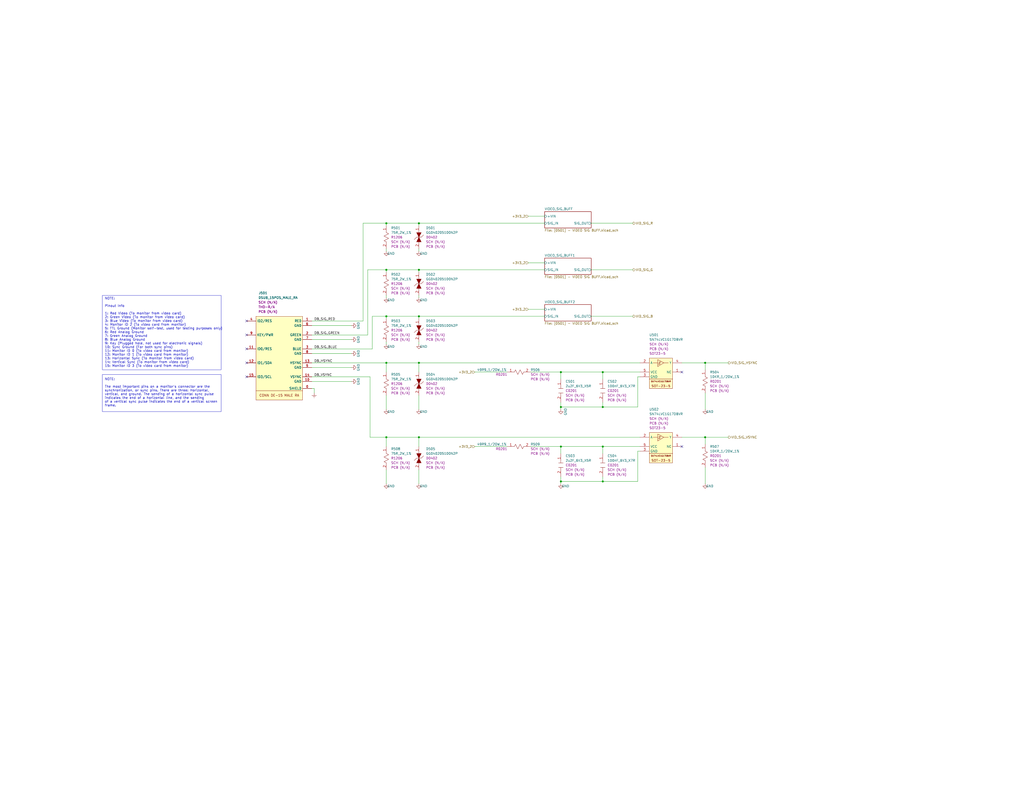
<source format=kicad_sch>
(kicad_sch (version 20230121) (generator eeschema)
  (paper "C")
  (title_block (title "Blender") (date "2023/09/18") (rev "v1.0") (company "Mend0z0") (comment 1 "v1.0") (comment 2 "RELEASED") (comment 3 "Siavash Taher Parvar") (comment 4 "_BOM_Blender_v1.0.html") (comment 5 "_HW_Blender.kicad_pcb") (comment 6 "_GBR_Blender_v1.0") (comment 7 "_ASM_Blender_v1.0") (comment 8 "N/A") (comment 9 "Initial version"))
  (lib_symbols
    (symbol "_SCHLIB_Blender:CAP_100nF_6V3_X7R_C0201"
      (property "Reference" "C" (at 2.54 5.08 0))
      (property "Value" "100nF_6V3_X7R" (at 2.54 7.62 0))
      (property "Package" "C0201" (at 2.54 35.56 0))
      (property "SCH CHECK" "SCH (N/A)" (at 2.54 33.02 0))
      (property "PCB CHECk" "PCB (N/A)" (at 2.54 30.48 0))
      (symbol "CAP_100nF_6V3_X7R_C0201_0_0"
        (polyline (pts (xy 5.08 1.27) (xy 5.08 -1.27)))
        (polyline (pts (xy 7.62 1.27) (xy 7.62 -1.27)))
      )
      (symbol "CAP_100nF_6V3_X7R_C0201_1_1"
        (pin passive line (at 0 0 0) (length 5.08) (name "") (number "1"))
        (pin passive line (at 12.7 0 180) (length 5.08) (name "") (number "2"))
      )
    )
    (symbol "_SCHLIB_Blender:CAP_2u2F_6V3_X5R_C0201"
      (property "Reference" "C" (at 2.54 3.81 0))
      (property "Value" "2u2F_6V3_X5R" (at 2.54 6.35 0))
      (property "Package" "C0201" (at 2.54 34.29 0))
      (property "SCH CHECK" "SCH (N/A)" (at 2.54 31.75 0))
      (property "PCB CHECk" "PCB (N/A)" (at 2.54 29.21 0))
      (symbol "CAP_2u2F_6V3_X5R_C0201_0_0"
        (polyline (pts (xy 5.08 1.27) (xy 5.08 -1.27)))
        (polyline (pts (xy 7.62 1.27) (xy 7.62 -1.27)))
      )
      (symbol "CAP_2u2F_6V3_X5R_C0201_1_1"
        (pin passive line (at 0 0 0) (length 5.08) (name "") (number "1"))
        (pin passive line (at 12.7 0 180) (length 5.08) (name "") (number "2"))
      )
    )
    (symbol "_SCHLIB_Blender:CONN_DSUB_15POS_MALE_RA"
      (property "Reference" "J" (at 3.81 2.54 0))
      (property "Value" "DSUB_15POS_MALE_RA" (at 3.81 5.08 0))
      (property "Package" "THD-R/A" (at 3.81 33.02 0))
      (property "SCH CHECK" "SCH (N/A)" (at 3.81 30.48 0))
      (property "PCB CHECk" "PCB (N/A)" (at 3.81 27.94 0))
      (symbol "CONN_DSUB_15POS_MALE_RA_0_1"
        (polyline (pts (xy 0 -40.64) (xy 25.4 -40.64)))
        (rectangle (start 0 0) (end 25.4 -45.72) (fill (type background)))
        (text "CONN DE-15 MALE RA" (at 12.7 -43.18 0) (effects (font (size 1.27 1.27))))
      )
      (symbol "CONN_DSUB_15POS_MALE_RA_1_1"
        (pin passive line (at 30.48 -39.37 180) (length 5.08) (name "SHIELD") (number "0"))
        (pin passive line (at 30.48 -2.54 180) (length 5.08) (name "RED") (number "1"))
        (pin passive line (at 30.48 -35.56 180) (length 5.08) (name "GND") (number "10"))
        (pin passive line (at -5.08 -17.78 0) (length 5.08) (name "ID0/RES") (number "11"))
        (pin passive line (at -5.08 -25.4 0) (length 5.08) (name "ID1/SDA") (number "12"))
        (pin passive line (at 30.48 -25.4 180) (length 5.08) (name "HSYNC") (number "13"))
        (pin passive line (at 30.48 -33.02 180) (length 5.08) (name "VSYNC") (number "14"))
        (pin passive line (at -5.08 -33.02 0) (length 5.08) (name "ID3/SCL") (number "15"))
        (pin passive line (at 30.48 -10.16 180) (length 5.08) (name "GREEN") (number "2"))
        (pin passive line (at 30.48 -17.78 180) (length 5.08) (name "BLUE") (number "3"))
        (pin passive line (at -5.08 -2.54 0) (length 5.08) (name "ID2/RES") (number "4"))
        (pin passive line (at 30.48 -27.94 180) (length 5.08) (name "GND") (number "5"))
        (pin passive line (at 30.48 -5.08 180) (length 5.08) (name "GND") (number "6"))
        (pin passive line (at 30.48 -12.7 180) (length 5.08) (name "GND") (number "7"))
        (pin passive line (at 30.48 -20.32 180) (length 5.08) (name "GND") (number "8"))
        (pin passive line (at -5.08 -10.16 0) (length 5.08) (name "KEY/PWR") (number "9"))
      )
    )
    (symbol "_SCHLIB_Blender:DIODE_TVS_GG040205100N2P_5V_5.5V_8A(8/20us)_D0402"
      (property "Reference" "D" (at 2.54 5.08 0))
      (property "Value" "GG040205100N2P" (at 2.54 7.62 0))
      (property "Package" "D0402" (at 2.54 35.56 0))
      (property "SCH CHECK" "SCH (N/A)" (at 2.54 33.02 0))
      (property "PCB CHECk" "PCB (N/A)" (at 2.54 30.48 0))
      (symbol "DIODE_TVS_GG040205100N2P_5V_5.5V_8A(8/20us)_D0402_0_1"
        (polyline (pts (xy 3.81 1.27) (xy 3.81 -1.27) (xy 6.35 0) (xy 3.81 1.27)) (fill (type outline)))
        (polyline (pts (xy 5.08 2.54) (xy 6.35 1.27) (xy 6.35 -1.27) (xy 7.62 -2.54)))
        (polyline (pts (xy 8.89 -1.27) (xy 8.89 1.27) (xy 6.35 0) (xy 8.89 -1.27)) (fill (type outline)))
      )
      (symbol "DIODE_TVS_GG040205100N2P_5V_5.5V_8A(8/20us)_D0402_1_1"
        (pin passive line (at 0 0 0) (length 3.81) (name "") (number "1"))
        (pin passive line (at 12.7 0 180) (length 3.81) (name "") (number "2"))
      )
    )
    (symbol "_SCHLIB_Blender:IC_BUFFER_SN74LVC1G17DBVR_NON-INV_5.5V_0.032_SOT-23-5"
      (property "Reference" "U" (at 2.54 3.81 0))
      (property "Value" "SN74LVC1G17DBVR" (at 2.54 6.35 0))
      (property "Package" "SOT23-5" (at 0 0 0))
      (property "SCH CHECK" "SCH (N/A)" (at 2.54 21.59 0))
      (property "PCB CHECK" "PCB (N/A)" (at 0 0 0))
      (symbol "IC_BUFFER_SN74LVC1G17DBVR_NON-INV_5.5V_0.032_SOT-23-5_0_0"
        (text "SN74LVC1G17DBVR" (at 6.35 -12.7 0) (effects (font (size 0.762 0.762))))
        (text "SOT-23-5" (at 6.35 -15.24 0) (effects (font (size 1.27 1.27))))
      )
      (symbol "IC_BUFFER_SN74LVC1G17DBVR_NON-INV_5.5V_0.032_SOT-23-5_0_1"
        (polyline (pts (xy 0 -11.43) (xy 12.7 -11.43)))
        (polyline (pts (xy 4.572 -2.54) (xy 2.032 -2.54)))
        (polyline (pts (xy 7.874 -2.54) (xy 10.414 -2.54)))
        (polyline (pts (xy 5.334 -3.302) (xy 5.842 -3.302) (xy 5.842 -2.032)))
        (polyline (pts (xy 4.572 -0.762) (xy 4.572 -4.572) (xy 7.874 -2.54) (xy 4.572 -0.762)))
        (polyline (pts (xy 6.35 -2.032) (xy 5.334 -2.032) (xy 5.334 -3.302) (xy 4.826 -3.302)))
        (rectangle (start 0 0) (end 12.7 -16.51) (fill (type background)))
      )
      (symbol "IC_BUFFER_SN74LVC1G17DBVR_NON-INV_5.5V_0.032_SOT-23-5_1_1"
        (pin passive line (at 17.78 -7.62 180) (length 5.08) (name "NC") (number "1"))
        (pin passive line (at -5.08 -2.54 0) (length 5.08) (name "A") (number "2"))
        (pin passive line (at -5.08 -10.16 0) (length 5.08) (name "GND") (number "3"))
        (pin passive line (at 17.78 -2.54 180) (length 5.08) (name "Y") (number "4"))
        (pin passive line (at -5.08 -7.62 0) (length 5.08) (name "VCC") (number "5"))
      )
    )
    (symbol "_SCHLIB_Blender:RES_10KR_1/20W_1%_R0201"
      (property "Reference" "R" (at 2.54 5.08 0))
      (property "Value" "10KR_1/20W_1%" (at 2.54 7.62 0))
      (property "Package" "R0201" (at 2.54 35.56 0))
      (property "SCH CHECK" "SCH (N/A)" (at 2.54 33.02 0))
      (property "PCB CHECk" "PCB (N/A)" (at 2.54 30.48 0))
      (symbol "RES_10KR_1/20W_1%_R0201_0_0"
        (polyline (pts (xy 3.81 0) (xy 4.445 1.27) (xy 5.715 -1.27) (xy 6.985 1.27) (xy 8.255 -1.27) (xy 8.89 0)))
      )
      (symbol "RES_10KR_1/20W_1%_R0201_1_1"
        (pin passive line (at 0 0 0) (length 3.81) (name "") (number "1"))
        (pin passive line (at 12.7 0 180) (length 3.81) (name "") (number "2"))
      )
    )
    (symbol "_SCHLIB_Blender:RES_49R9_1/20W_1%_R0201"
      (property "Reference" "R" (at 2.54 3.81 0))
      (property "Value" "49R9_1/20W_1%" (at 2.54 6.35 0))
      (property "Package" "R0201" (at 2.54 34.29 0))
      (property "SCH CHECK" "SCH (N/A)" (at 2.54 31.75 0))
      (property "PCB CHECk" "PCB (N/A)" (at 2.54 29.21 0))
      (symbol "RES_49R9_1/20W_1%_R0201_0_0"
        (polyline (pts (xy 3.81 0) (xy 4.445 1.27) (xy 5.715 -1.27) (xy 6.985 1.27) (xy 8.255 -1.27) (xy 8.89 0)))
      )
      (symbol "RES_49R9_1/20W_1%_R0201_1_1"
        (pin passive line (at 0 0 0) (length 3.81) (name "") (number "1"))
        (pin passive line (at 12.7 0 180) (length 3.81) (name "") (number "2"))
      )
    )
    (symbol "_SCHLIB_Blender:RES_75R_2W_1%_R1206"
      (property "Reference" "R" (at 2.54 3.81 0))
      (property "Value" "75R_2W_1%" (at 2.54 6.35 0))
      (property "Package" "R1206" (at 2.54 34.29 0))
      (property "SCH CHECK" "SCH (N/A)" (at 2.54 31.75 0))
      (property "PCB CHECk" "PCB (N/A)" (at 2.54 29.21 0))
      (symbol "RES_75R_2W_1%_R1206_0_0"
        (polyline (pts (xy 3.81 0) (xy 4.445 1.27) (xy 5.715 -1.27) (xy 6.985 1.27) (xy 8.255 -1.27) (xy 8.89 0)))
      )
      (symbol "RES_75R_2W_1%_R1206_1_1"
        (pin passive line (at 0 0 0) (length 3.81) (name "") (number "1"))
        (pin passive line (at 12.7 0 180) (length 3.81) (name "") (number "2"))
      )
    )
    (symbol "power:Earth" (power) (pin_names (offset 0))
      (symbol "Earth_0_1"
        (polyline (pts (xy -0.635 -1.905) (xy 0.635 -1.905)))
        (polyline (pts (xy -0.127 -2.54) (xy 0.127 -2.54)))
        (polyline (pts (xy 0 -1.27) (xy 0 0)))
        (polyline (pts (xy 1.27 -1.27) (xy -1.27 -1.27)))
      )
      (symbol "Earth_1_1"
        (pin power_in line (at 0 0 270) (length 0) hide (name "Earth") (number "1"))
      )
    )
    (symbol "power:GND" (power) (pin_names (offset 0))
      (property "Value" "GND" (at 0 -3.81 0))
      (symbol "GND_0_1"
        (polyline (pts (xy 0 0) (xy 0 -1.27) (xy 1.27 -1.27) (xy 0 -2.54) (xy -1.27 -1.27) (xy 0 -1.27)))
      )
      (symbol "GND_1_1"
        (pin power_in line (at 0 0 270) (length 0) hide (name "GND") (number "1"))
      )
    )
  )
  (junction (at 210.82 198.12))
  (junction (at 228.6 238.76))
  (junction (at 306.07 203.2))
  (junction (at 328.93 243.84))
  (junction (at 328.93 222.25))
  (junction (at 210.82 238.76))
  (junction (at 210.82 147.32))
  (junction (at 210.82 172.72))
  (junction (at 228.6 147.32))
  (junction (at 306.07 262.89))
  (junction (at 210.82 121.92))
  (junction (at 328.93 262.89))
  (junction (at 306.07 222.25))
  (junction (at 306.07 243.84))
  (junction (at 228.6 198.12))
  (junction (at 384.81 198.12))
  (junction (at 384.81 238.76))
  (junction (at 328.93 203.2))
  (junction (at 228.6 121.92))
  (junction (at 228.6 172.72))
  (no_connect (at 134.62 190.5))
  (no_connect (at 134.62 198.12))
  (no_connect (at 134.62 205.74))
  (no_connect (at 372.11 243.84))
  (no_connect (at 134.62 182.88))
  (no_connect (at 372.11 203.2))
  (no_connect (at 134.62 175.26))
  (wire (pts (xy 349.25 205.74) (xy 347.98 205.74)))
  (wire (pts (xy 228.6 238.76) (xy 228.6 243.84)))
  (wire (pts (xy 170.18 182.88) (xy 200.66 182.88)))
  (wire (pts (xy 306.07 222.25) (xy 306.07 219.71)))
  (wire (pts (xy 347.98 262.89) (xy 328.93 262.89)))
  (wire (pts (xy 328.93 260.35) (xy 328.93 262.89)))
  (wire (pts (xy 228.6 198.12) (xy 228.6 203.2)))
  (wire (pts (xy 210.82 238.76) (xy 210.82 243.84)))
  (wire (pts (xy 210.82 238.76) (xy 201.93 238.76)))
  (wire (pts (xy 191.77 177.8) (xy 170.18 177.8)))
  (wire (pts (xy 288.29 118.11) (xy 297.18 118.11)))
  (wire (pts (xy 228.6 121.92) (xy 228.6 123.19)))
  (wire (pts (xy 384.81 223.52) (xy 384.81 214.63)))
  (wire (pts (xy 259.08 203.2) (xy 276.86 203.2)))
  (wire (pts (xy 228.6 264.16) (xy 228.6 256.54)))
  (wire (pts (xy 384.81 198.12) (xy 397.51 198.12)))
  (wire (pts (xy 384.81 238.76) (xy 384.81 242.57)))
  (wire (pts (xy 347.98 222.25) (xy 328.93 222.25)))
  (wire (pts (xy 203.2 172.72) (xy 210.82 172.72)))
  (wire (pts (xy 210.82 264.16) (xy 210.82 256.54)))
  (wire (pts (xy 201.93 205.74) (xy 201.93 238.76)))
  (wire (pts (xy 191.77 193.04) (xy 170.18 193.04)))
  (wire (pts (xy 198.12 121.92) (xy 210.82 121.92)))
  (wire (pts (xy 328.93 243.84) (xy 328.93 247.65)))
  (wire (pts (xy 288.29 143.51) (xy 297.18 143.51)))
  (wire (pts (xy 306.07 222.25) (xy 306.07 223.52)))
  (wire (pts (xy 322.58 147.32) (xy 345.44 147.32)))
  (wire (pts (xy 210.82 223.52) (xy 210.82 215.9)))
  (wire (pts (xy 203.2 190.5) (xy 203.2 172.72)))
  (wire (pts (xy 191.77 200.66) (xy 170.18 200.66)))
  (wire (pts (xy 328.93 243.84) (xy 306.07 243.84)))
  (wire (pts (xy 171.45 212.09) (xy 171.45 214.63)))
  (wire (pts (xy 228.6 147.32) (xy 297.18 147.32)))
  (wire (pts (xy 349.25 243.84) (xy 328.93 243.84)))
  (wire (pts (xy 210.82 162.56) (xy 210.82 161.29)))
  (wire (pts (xy 328.93 203.2) (xy 328.93 207.01)))
  (wire (pts (xy 210.82 172.72) (xy 210.82 173.99)))
  (wire (pts (xy 289.56 243.84) (xy 306.07 243.84)))
  (wire (pts (xy 349.25 246.38) (xy 347.98 246.38)))
  (wire (pts (xy 198.12 175.26) (xy 198.12 121.92)))
  (wire (pts (xy 170.18 208.28) (xy 191.77 208.28)))
  (wire (pts (xy 347.98 246.38) (xy 347.98 262.89)))
  (wire (pts (xy 210.82 121.92) (xy 228.6 121.92)))
  (wire (pts (xy 200.66 147.32) (xy 210.82 147.32)))
  (wire (pts (xy 200.66 182.88) (xy 200.66 147.32)))
  (wire (pts (xy 328.93 262.89) (xy 306.07 262.89)))
  (wire (pts (xy 372.11 238.76) (xy 384.81 238.76)))
  (wire (pts (xy 170.18 205.74) (xy 201.93 205.74)))
  (wire (pts (xy 228.6 198.12) (xy 349.25 198.12)))
  (wire (pts (xy 210.82 238.76) (xy 228.6 238.76)))
  (wire (pts (xy 191.77 185.42) (xy 170.18 185.42)))
  (wire (pts (xy 228.6 187.96) (xy 228.6 186.69)))
  (wire (pts (xy 384.81 264.16) (xy 384.81 255.27)))
  (wire (pts (xy 210.82 121.92) (xy 210.82 123.19)))
  (wire (pts (xy 210.82 172.72) (xy 228.6 172.72)))
  (wire (pts (xy 288.29 168.91) (xy 297.18 168.91)))
  (wire (pts (xy 384.81 238.76) (xy 397.51 238.76)))
  (wire (pts (xy 228.6 137.16) (xy 228.6 135.89)))
  (wire (pts (xy 210.82 198.12) (xy 228.6 198.12)))
  (wire (pts (xy 170.18 198.12) (xy 210.82 198.12)))
  (wire (pts (xy 306.07 243.84) (xy 306.07 247.65)))
  (wire (pts (xy 228.6 172.72) (xy 297.18 172.72)))
  (wire (pts (xy 170.18 190.5) (xy 203.2 190.5)))
  (wire (pts (xy 328.93 219.71) (xy 328.93 222.25)))
  (wire (pts (xy 347.98 205.74) (xy 347.98 222.25)))
  (wire (pts (xy 210.82 198.12) (xy 210.82 203.2)))
  (wire (pts (xy 328.93 203.2) (xy 306.07 203.2)))
  (wire (pts (xy 289.56 203.2) (xy 306.07 203.2)))
  (wire (pts (xy 170.18 212.09) (xy 171.45 212.09)))
  (wire (pts (xy 228.6 147.32) (xy 228.6 148.59)))
  (wire (pts (xy 306.07 203.2) (xy 306.07 207.01)))
  (wire (pts (xy 259.08 243.84) (xy 276.86 243.84)))
  (wire (pts (xy 306.07 262.89) (xy 306.07 260.35)))
  (wire (pts (xy 210.82 147.32) (xy 228.6 147.32)))
  (wire (pts (xy 228.6 162.56) (xy 228.6 161.29)))
  (wire (pts (xy 372.11 198.12) (xy 384.81 198.12)))
  (wire (pts (xy 210.82 137.16) (xy 210.82 135.89)))
  (wire (pts (xy 228.6 172.72) (xy 228.6 173.99)))
  (wire (pts (xy 306.07 262.89) (xy 306.07 264.16)))
  (wire (pts (xy 349.25 203.2) (xy 328.93 203.2)))
  (wire (pts (xy 328.93 222.25) (xy 306.07 222.25)))
  (wire (pts (xy 228.6 238.76) (xy 349.25 238.76)))
  (wire (pts (xy 210.82 187.96) (xy 210.82 186.69)))
  (wire (pts (xy 170.18 175.26) (xy 198.12 175.26)))
  (wire (pts (xy 228.6 121.92) (xy 297.18 121.92)))
  (wire (pts (xy 210.82 147.32) (xy 210.82 148.59)))
  (wire (pts (xy 322.58 172.72) (xy 345.44 172.72)))
  (wire (pts (xy 228.6 223.52) (xy 228.6 215.9)))
  (wire (pts (xy 322.58 121.92) (xy 345.44 121.92)))
  (wire (pts (xy 384.81 198.12) (xy 384.81 201.93)))
  (rectangle (start 55.88 204.47) (end 120.65 224.79))
  (rectangle (start 55.88 161.29) (end 120.65 201.93))
  (text "NOTE:\n\nThe most important pins on a monitor's connector are the \nsynchronization, or sync pins. There are three: Horizontal, \nvertical, and ground. The sending of a horizontal sync pulse \nindicates the end of a horizontal line, and the sending \nof a vertical sync pulse indicates the end of a vertical screen\nframe." (at 57.15 222.25 0) (effects (font (size 1.27 1.27)) (justify left bottom)))
  (text "NOTE:\n\nPinout Info\n\n1: Red Video (To monitor from video card)\n2: Green Video (To monitor from video card)\n3: Blue Video (To monitor from video card)\n4: Monitor ID 2 (To video card from monitor)\n5: TTL Ground (Monitor self-test, used for testing purposes only)\n6: Red Analog Ground\n7: Green Analog Ground\n8: Blue Analog Ground\n9: Key (Plugged hole, not used for electronic signals)\n10: Sync Ground (For both sync pins)\n11: Monitor ID 0 (To video card from monitor)\n12: Monitor ID 1 (To video card from monitor)\n13: Horizontal Sync (To monitor from video card)\n14: Vertical Sync (To monitor from video card)\n15: Monitor ID 3 (To video card from monitor)" (at 57.15 200.66 0) (effects (font (size 1.27 1.27)) (justify left bottom)))
  (label "DB_SIG_RED" (at 171.45 175.26 0))
  (label "DB_SIG_GREEN" (at 171.45 182.88 0))
  (label "DB_SIG_BLUE" (at 171.45 190.5 0))
  (label "DB_HSYNC" (at 171.45 198.12 0))
  (label "DB_VSYNC" (at 171.45 205.74 0))
  (hierarchical_label "VID_SIG_R" (shape output) (at 345.44 121.92 0))
  (hierarchical_label "+3V3_2" (shape input) (at 288.29 143.51 180))
  (hierarchical_label "+3V3_2" (shape input) (at 288.29 118.11 180))
  (hierarchical_label "+3V3_2" (shape input) (at 288.29 168.91 180))
  (hierarchical_label "VID_SIG_HSYNC" (shape output) (at 397.51 198.12 0))
  (hierarchical_label "VID_SIG_G" (shape output) (at 345.44 147.32 0))
  (hierarchical_label "+3V3_2" (shape input) (at 259.08 203.2 180))
  (hierarchical_label "VID_SIG_VSYNC" (shape output) (at 397.51 238.76 0))
  (hierarchical_label "+3V3_2" (shape input) (at 259.08 243.84 180))
  (hierarchical_label "VID_SIG_B" (shape output) (at 345.44 172.72 0))
  (symbol (lib_id "power:GND") (at 191.77 185.42 90) (unit 1)
    (property "Reference" "#PWR0506" (effects hide))
    (property "Value" "GND" (at 195.58 185.42 0))
  )
  (symbol (lib_id "_SCHLIB_Blender:RES_75R_2W_1%_R1206") (at 210.82 243.84 270) (unit 1)
    (property "Reference" "R508" (at 213.36 245.11 90) (effects (justify left)))
    (property "Value" "75R_2W_1%" (at 213.36 247.65 90) (effects (justify left)))
    (property "Footprint" "Resistor_SMD:R_1206_3216Metric" (effects hide))
    (property "Datasheet" "https://www.te.com/commerce/DocumentDelivery/DDEController?Action=showdoc&DocId=Data+Sheet%7F1773270-4%7FA%7Fpdf%7FEnglish%7FENG_DS_1773270-4_A.pdf%7F1-2176526-7" (effects hide))
    (property "Description" "75 Ohms ±1% 2W Chip Resistor 1206 (3216 Metric) Thin Film" (effects hide))
    (property "Link" "https://www.digikey.ca/en/products/detail/te-connectivity-passive-product/3503G2B75RFTD/16808726" (effects hide))
    (property "SCH CHECK" "SCH (N/A)" (at 213.36 252.73 90) (effects (justify left)))
    (property "Package" "R1206" (at 213.36 250.19 90) (effects (justify left)))
    (property "Part Number (Manufacturer)" "3503G2B75RFTD" (effects hide))
    (property "Manufacturer" "TE Connectivity Passive Product" (effects hide))
    (property "Part Number (Vendor)" "1712-3503G2B75RFTDTR-ND" (effects hide))
    (property "Vendor" "Digikey" (effects hide))
    (property "PCB CHECk" "PCB (N/A)" (at 213.36 255.27 90) (effects (justify left)))
  )
  (symbol (lib_id "_SCHLIB_Blender:CAP_2u2F_6V3_X5R_C0201") (at 306.07 247.65 270) (unit 1)
    (property "Reference" "C503" (at 308.61 248.92 90) (effects (justify left)))
    (property "Value" "2u2F_6V3_X5R" (at 308.61 251.46 90) (effects (justify left)))
    (property "Footprint" "Capacitor_SMD:C_0201_0603Metric" (effects hide))
    (property "Datasheet" "https://ele.kyocera.com/assets/products/capacitor/CM_Series_e.pdf" (effects hide))
    (property "Description" "2.2 µF ±20% 6.3V Ceramic Capacitor X5R 0201 (0603 Metric)" (effects hide))
    (property "Link" "https://www.digikey.ca/en/products/detail/kyocera-avx/CM03X5R225M06AH/10815044" (effects hide))
    (property "SCH CHECK" "SCH (N/A)" (at 308.61 256.54 90) (effects (justify left)))
    (property "Package" "C0201" (at 308.61 254 90) (effects (justify left)))
    (property "Part Number (Manufacturer)" "CM03X5R225M06AH" (effects hide))
    (property "Manufacturer" "KYOCERA AVX" (effects hide))
    (property "Part Number (Vendor)" "478-KGM03CR50J225MHTR-ND" (effects hide))
    (property "Vendor" "Digikey" (effects hide))
    (property "PCB CHECk" "PCB (N/A)" (at 308.61 259.08 90) (effects (justify left)))
  )
  (symbol (lib_id "_SCHLIB_Blender:IC_BUFFER_SN74LVC1G17DBVR_NON-INV_5.5V_0.032_SOT-23-5") (at 354.33 195.58 0) (unit 1)
    (property "Reference" "U501" (at 356.87 182.88 0))
    (property "Value" "SN74LVC1G17DBVR" (at 354.33 185.42 0) (effects (justify left)))
    (property "Footprint" "Package_TO_SOT_SMD:SOT-23-5" (effects hide))
    (property "Datasheet" "https://www.ti.com/general/docs/suppproductinfo.tsp?distId=10&gotoUrl=https%3A%2F%2Fwww.ti.com%2Flit%2Fgpn%2Fsn74lvc1g17" (effects hide))
    (property "Description" "Buffer, Non-Inverting 1 Element 1 Bit per Element Push-Pull Output SOT-23-5" (effects hide))
    (property "Link" "https://www.digikey.ca/en/products/detail/texas-instruments/SN74LVC1G17DBVR/389051" (effects hide))
    (property "SCH CHECK" "SCH (N/A)" (at 354.33 187.96 0) (effects (justify left)))
    (property "Part Number (Manufacturer)" "SN74LVC1G17DBVR" (effects hide))
    (property "PCB CHECK" "PCB (N/A)" (at 354.33 190.5 0) (effects (justify left)))
    (property "Manufacturer" "Texas Instruments" (effects hide))
    (property "Part Number (Vendor)" "296-11933-2-ND" (effects hide))
    (property "Vendor" "Digikey" (effects hide))
    (property "Package" "SOT23-5" (at 354.33 193.04 0) (effects (justify left)))
  )
  (symbol (lib_id "_SCHLIB_Blender:IC_BUFFER_SN74LVC1G17DBVR_NON-INV_5.5V_0.032_SOT-23-5") (at 354.33 236.22 0) (unit 1)
    (property "Reference" "U502" (at 356.87 223.52 0))
    (property "Value" "SN74LVC1G17DBVR" (at 354.33 226.06 0) (effects (justify left)))
    (property "Footprint" "Package_TO_SOT_SMD:SOT-23-5" (effects hide))
    (property "Datasheet" "https://www.ti.com/general/docs/suppproductinfo.tsp?distId=10&gotoUrl=https%3A%2F%2Fwww.ti.com%2Flit%2Fgpn%2Fsn74lvc1g17" (effects hide))
    (property "Description" "Buffer, Non-Inverting 1 Element 1 Bit per Element Push-Pull Output SOT-23-5" (effects hide))
    (property "Link" "https://www.digikey.ca/en/products/detail/texas-instruments/SN74LVC1G17DBVR/389051" (effects hide))
    (property "SCH CHECK" "SCH (N/A)" (at 354.33 228.6 0) (effects (justify left)))
    (property "Part Number (Manufacturer)" "SN74LVC1G17DBVR" (effects hide))
    (property "PCB CHECK" "PCB (N/A)" (at 354.33 231.14 0) (effects (justify left)))
    (property "Manufacturer" "Texas Instruments" (effects hide))
    (property "Part Number (Vendor)" "296-11933-2-ND" (effects hide))
    (property "Vendor" "Digikey" (effects hide))
    (property "Package" "SOT23-5" (at 354.33 233.68 0) (effects (justify left)))
  )
  (symbol (lib_id "power:GND") (at 228.6 223.52 0) (unit 1)
    (property "Reference" "#PWR0514" (effects hide))
    (property "Value" "GND" (at 231.14 224.79 0))
  )
  (symbol (lib_id "power:GND") (at 228.6 187.96 0) (unit 1)
    (property "Reference" "#PWR0508" (effects hide))
    (property "Value" "GND" (at 231.14 189.23 0))
  )
  (symbol (lib_id "_SCHLIB_Blender:RES_75R_2W_1%_R1206") (at 210.82 123.19 270) (unit 1)
    (property "Reference" "R501" (at 213.36 124.46 90) (effects (justify left)))
    (property "Value" "75R_2W_1%" (at 213.36 127 90) (effects (justify left)))
    (property "Footprint" "Resistor_SMD:R_1206_3216Metric" (effects hide))
    (property "Datasheet" "https://www.te.com/commerce/DocumentDelivery/DDEController?Action=showdoc&DocId=Data+Sheet%7F1773270-4%7FA%7Fpdf%7FEnglish%7FENG_DS_1773270-4_A.pdf%7F1-2176526-7" (effects hide))
    (property "Description" "75 Ohms ±1% 2W Chip Resistor 1206 (3216 Metric) Thin Film" (effects hide))
    (property "Link" "https://www.digikey.ca/en/products/detail/te-connectivity-passive-product/3503G2B75RFTD/16808726" (effects hide))
    (property "SCH CHECK" "SCH (N/A)" (at 213.36 132.08 90) (effects (justify left)))
    (property "Package" "R1206" (at 213.36 129.54 90) (effects (justify left)))
    (property "Part Number (Manufacturer)" "3503G2B75RFTD" (effects hide))
    (property "Manufacturer" "TE Connectivity Passive Product" (effects hide))
    (property "Part Number (Vendor)" "1712-3503G2B75RFTDTR-ND" (effects hide))
    (property "Vendor" "Digikey" (effects hide))
    (property "PCB CHECk" "PCB (N/A)" (at 213.36 134.62 90) (effects (justify left)))
  )
  (symbol (lib_id "power:GND") (at 210.82 264.16 0) (unit 1)
    (property "Reference" "#PWR0517" (effects hide))
    (property "Value" "GND" (at 213.36 265.43 0))
  )
  (symbol (lib_id "power:GND") (at 228.6 162.56 0) (unit 1)
    (property "Reference" "#PWR0504" (effects hide))
    (property "Value" "GND" (at 231.14 163.83 0))
  )
  (symbol (lib_id "power:GND") (at 191.77 208.28 90) (unit 1)
    (property "Reference" "#PWR0511" (effects hide))
    (property "Value" "GND" (at 195.58 208.28 0))
  )
  (symbol (lib_id "_SCHLIB_Blender:RES_49R9_1/20W_1%_R0201") (at 276.86 243.84 0) (unit 1)
    (property "Reference" "R509" (at 292.1 242.57 0))
    (property "Value" "49R9_1/20W_1%" (at 260.35 242.57 0) (effects (justify left)))
    (property "Footprint" "Resistor_SMD:R_0201_0603Metric" (effects hide))
    (property "Datasheet" "https://www.seielect.com/Catalog/SEI-RMCF_RMCP.pdf" (effects hide))
    (property "Description" "49.9 Ohms ±1% 0.05W, 1/20W Chip Resistor 0201 (0603 Metric) Thick Film" (effects hide))
    (property "Link" "https://www.digikey.ca/en/products/detail/stackpole-electronics-inc/RMCF0201FT49R9/1715030" (effects hide))
    (property "SCH CHECK" "SCH (N/A)" (at 289.56 245.11 0) (effects (justify left)))
    (property "Package" "R0201" (at 270.51 245.11 0) (effects (justify left)))
    (property "Part Number (Manufacturer)" "RMCF0201FT49R9" (effects hide))
    (property "Manufacturer" "Stackpole Electronics Inc" (effects hide))
    (property "Part Number (Vendor)" "RMCF0201FT49R9TR-ND" (effects hide))
    (property "Vendor" "Digikey" (effects hide))
    (property "PCB CHECk" "PCB (N/A)" (at 289.56 247.65 0) (effects (justify left)))
  )
  (symbol (lib_id "_SCHLIB_Blender:DIODE_TVS_GG040205100N2P_5V_5.5V_8A(8/20us)_D0402") (at 228.6 203.2 270) (unit 1)
    (property "Reference" "D504" (at 232.41 204.47 90) (effects (justify left)))
    (property "Value" "GG040205100N2P" (at 232.41 207.01 90) (effects (justify left)))
    (property "Footprint" "Diode_SMD:D_0402_1005Metric" (effects hide))
    (property "Datasheet" "https://datasheets.kyocera-avx.com/AVX-GiGuard.pdf" (effects hide))
    (property "Description" "12V Clamp 8A (8/20µs) Ipp Tvs Diode Surface Mount 0402 (1005 Metric)" (effects hide))
    (property "Link" "https://www.digikey.ca/en/products/detail/kyocera-avx/GG040205100N2P/6826546" (effects hide))
    (property "SCH CHECK" "SCH (N/A)" (at 232.41 212.09 90) (effects (justify left)))
    (property "Part Number (Manufacturer)" "GG040205100N2P" (effects hide))
    (property "Package" "D0402" (at 232.41 209.55 90) (effects (justify left)))
    (property "Manufacturer" "KYOCERA AVX" (effects hide))
    (property "Part Number (Vendor)" "478-10594-2-ND" (effects hide))
    (property "Vendor" "Digikey" (effects hide))
    (property "PCB CHECk" "PCB (N/A)" (at 232.41 214.63 90) (effects (justify left)))
  )
  (symbol (lib_id "power:GND") (at 306.07 264.16 0) (unit 1)
    (property "Reference" "#PWR0519" (effects hide))
    (property "Value" "GND" (at 308.61 265.43 0))
  )
  (symbol (lib_id "_SCHLIB_Blender:RES_10KR_1/20W_1%_R0201") (at 384.81 201.93 270) (unit 1)
    (property "Reference" "R504" (at 387.35 203.2 90) (effects (justify left)))
    (property "Value" "10KR_1/20W_1%" (at 387.35 205.74 90) (effects (justify left)))
    (property "Footprint" "Resistor_SMD:R_0201_0603Metric" (effects hide))
    (property "Datasheet" "https://www.seielect.com/Catalog/SEI-RMCF_RMCP.pdf" (effects hide))
    (property "Description" "10 kOhms ±1% 0.05W, 1/20W Chip Resistor 0201 (0603 Metric) Thick Film" (effects hide))
    (property "Link" "https://www.digikey.ca/en/products/detail/stackpole-electronics-inc/RMCF0201FT10K0/1714990" (effects hide))
    (property "SCH CHECK" "SCH (N/A)" (at 387.35 210.82 90) (effects (justify left)))
    (property "Package" "R0201" (at 387.35 208.28 90) (effects (justify left)))
    (property "Part Number (Manufacturer)" "RMCF0201FT10K0" (effects hide))
    (property "Manufacturer" "Stackpole Electronics Inc" (effects hide))
    (property "Part Number (Vendor)" "RMCF0201FT10K0TR-ND" (effects hide))
    (property "Vendor" "Digikey" (effects hide))
    (property "PCB CHECk" "PCB (N/A)" (at 387.35 213.36 90) (effects (justify left)))
  )
  (symbol (lib_id "power:GND") (at 228.6 137.16 0) (unit 1)
    (property "Reference" "#PWR0502" (effects hide))
    (property "Value" "GND" (at 231.14 138.43 0))
  )
  (symbol (lib_id "power:GND") (at 210.82 223.52 0) (unit 1)
    (property "Reference" "#PWR0513" (effects hide))
    (property "Value" "GND" (at 213.36 224.79 0))
  )
  (symbol (lib_id "_SCHLIB_Blender:DIODE_TVS_GG040205100N2P_5V_5.5V_8A(8/20us)_D0402") (at 228.6 148.59 270) (unit 1)
    (property "Reference" "D502" (at 232.41 149.86 90) (effects (justify left)))
    (property "Value" "GG040205100N2P" (at 232.41 152.4 90) (effects (justify left)))
    (property "Footprint" "Diode_SMD:D_0402_1005Metric" (effects hide))
    (property "Datasheet" "https://datasheets.kyocera-avx.com/AVX-GiGuard.pdf" (effects hide))
    (property "Description" "12V Clamp 8A (8/20µs) Ipp Tvs Diode Surface Mount 0402 (1005 Metric)" (effects hide))
    (property "Link" "https://www.digikey.ca/en/products/detail/kyocera-avx/GG040205100N2P/6826546" (effects hide))
    (property "SCH CHECK" "SCH (N/A)" (at 232.41 157.48 90) (effects (justify left)))
    (property "Part Number (Manufacturer)" "GG040205100N2P" (effects hide))
    (property "Package" "D0402" (at 232.41 154.94 90) (effects (justify left)))
    (property "Manufacturer" "KYOCERA AVX" (effects hide))
    (property "Part Number (Vendor)" "478-10594-2-ND" (effects hide))
    (property "Vendor" "Digikey" (effects hide))
    (property "PCB CHECk" "PCB (N/A)" (at 232.41 160.02 90) (effects (justify left)))
  )
  (symbol (lib_id "_SCHLIB_Blender:RES_75R_2W_1%_R1206") (at 210.82 203.2 270) (unit 1)
    (property "Reference" "R505" (at 213.36 204.47 90) (effects (justify left)))
    (property "Value" "75R_2W_1%" (at 213.36 207.01 90) (effects (justify left)))
    (property "Footprint" "Resistor_SMD:R_1206_3216Metric" (effects hide))
    (property "Datasheet" "https://www.te.com/commerce/DocumentDelivery/DDEController?Action=showdoc&DocId=Data+Sheet%7F1773270-4%7FA%7Fpdf%7FEnglish%7FENG_DS_1773270-4_A.pdf%7F1-2176526-7" (effects hide))
    (property "Description" "75 Ohms ±1% 2W Chip Resistor 1206 (3216 Metric) Thin Film" (effects hide))
    (property "Link" "https://www.digikey.ca/en/products/detail/te-connectivity-passive-product/3503G2B75RFTD/16808726" (effects hide))
    (property "SCH CHECK" "SCH (N/A)" (at 213.36 212.09 90) (effects (justify left)))
    (property "Package" "R1206" (at 213.36 209.55 90) (effects (justify left)))
    (property "Part Number (Manufacturer)" "3503G2B75RFTD" (effects hide))
    (property "Manufacturer" "TE Connectivity Passive Product" (effects hide))
    (property "Part Number (Vendor)" "1712-3503G2B75RFTDTR-ND" (effects hide))
    (property "Vendor" "Digikey" (effects hide))
    (property "PCB CHECk" "PCB (N/A)" (at 213.36 214.63 90) (effects (justify left)))
  )
  (symbol (lib_id "_SCHLIB_Blender:RES_10KR_1/20W_1%_R0201") (at 384.81 242.57 270) (unit 1)
    (property "Reference" "R507" (at 387.35 243.84 90) (effects (justify left)))
    (property "Value" "10KR_1/20W_1%" (at 387.35 246.38 90) (effects (justify left)))
    (property "Footprint" "Resistor_SMD:R_0201_0603Metric" (effects hide))
    (property "Datasheet" "https://www.seielect.com/Catalog/SEI-RMCF_RMCP.pdf" (effects hide))
    (property "Description" "10 kOhms ±1% 0.05W, 1/20W Chip Resistor 0201 (0603 Metric) Thick Film" (effects hide))
    (property "Link" "https://www.digikey.ca/en/products/detail/stackpole-electronics-inc/RMCF0201FT10K0/1714990" (effects hide))
    (property "SCH CHECK" "SCH (N/A)" (at 387.35 251.46 90) (effects (justify left)))
    (property "Package" "R0201" (at 387.35 248.92 90) (effects (justify left)))
    (property "Part Number (Manufacturer)" "RMCF0201FT10K0" (effects hide))
    (property "Manufacturer" "Stackpole Electronics Inc" (effects hide))
    (property "Part Number (Vendor)" "RMCF0201FT10K0TR-ND" (effects hide))
    (property "Vendor" "Digikey" (effects hide))
    (property "PCB CHECk" "PCB (N/A)" (at 387.35 254 90) (effects (justify left)))
  )
  (symbol (lib_id "power:GND") (at 191.77 193.04 90) (unit 1)
    (property "Reference" "#PWR0509" (effects hide))
    (property "Value" "GND" (at 195.58 193.04 0))
  )
  (symbol (lib_id "_SCHLIB_Blender:CAP_2u2F_6V3_X5R_C0201") (at 306.07 207.01 270) (unit 1)
    (property "Reference" "C501" (at 308.61 208.28 90) (effects (justify left)))
    (property "Value" "2u2F_6V3_X5R" (at 308.61 210.82 90) (effects (justify left)))
    (property "Footprint" "Capacitor_SMD:C_0201_0603Metric" (effects hide))
    (property "Datasheet" "https://ele.kyocera.com/assets/products/capacitor/CM_Series_e.pdf" (effects hide))
    (property "Description" "2.2 µF ±20% 6.3V Ceramic Capacitor X5R 0201 (0603 Metric)" (effects hide))
    (property "Link" "https://www.digikey.ca/en/products/detail/kyocera-avx/CM03X5R225M06AH/10815044" (effects hide))
    (property "SCH CHECK" "SCH (N/A)" (at 308.61 215.9 90) (effects (justify left)))
    (property "Package" "C0201" (at 308.61 213.36 90) (effects (justify left)))
    (property "Part Number (Manufacturer)" "CM03X5R225M06AH" (effects hide))
    (property "Manufacturer" "KYOCERA AVX" (effects hide))
    (property "Part Number (Vendor)" "478-KGM03CR50J225MHTR-ND" (effects hide))
    (property "Vendor" "Digikey" (effects hide))
    (property "PCB CHECk" "PCB (N/A)" (at 308.61 218.44 90) (effects (justify left)))
  )
  (symbol (lib_id "power:GND") (at 191.77 200.66 90) (unit 1)
    (property "Reference" "#PWR0510" (effects hide))
    (property "Value" "GND" (at 195.58 200.66 0))
  )
  (symbol (lib_id "_SCHLIB_Blender:CAP_100nF_6V3_X7R_C0201") (at 328.93 207.01 270) (unit 1)
    (property "Reference" "C502" (at 331.47 208.28 90) (effects (justify left)))
    (property "Value" "100nF_6V3_X7R" (at 331.47 210.82 90) (effects (justify left)))
    (property "Footprint" "Capacitor_SMD:C_0201_0603Metric" (effects hide))
    (property "Datasheet" "https://www.yageo.com/upload/media/product/productsearch/datasheet/mlcc/UPY-GPHC_X7R_6.3V-to-250V_22.pdf" (effects hide))
    (property "Description" "0.1 µF ±10% 6.3V Ceramic Capacitor X7R 0201 (0603 Metric)" (effects hide))
    (property "Link" "https://www.digikey.ca/en/products/detail/yageo/CC0201KRX7R5BB104/12698853" (effects hide))
    (property "SCH CHECK" "SCH (N/A)" (at 331.47 215.9 90) (effects (justify left)))
    (property "Package" "C0201" (at 331.47 213.36 90) (effects (justify left)))
    (property "Part Number (Manufacturer)" "CC0201KRX7R5BB104" (effects hide))
    (property "Manufacturer" "YAGEO" (effects hide))
    (property "Part Number (Vendor)" "13-CC0201KRX7R5BB104TR-ND" (effects hide))
    (property "Vendor" "Digikey" (effects hide))
    (property "PCB CHECk" "PCB (N/A)" (at 331.47 218.44 90) (effects (justify left)))
  )
  (symbol (lib_id "_SCHLIB_Blender:DIODE_TVS_GG040205100N2P_5V_5.5V_8A(8/20us)_D0402") (at 228.6 173.99 270) (unit 1)
    (property "Reference" "D503" (at 232.41 175.26 90) (effects (justify left)))
    (property "Value" "GG040205100N2P" (at 232.41 177.8 90) (effects (justify left)))
    (property "Footprint" "Diode_SMD:D_0402_1005Metric" (effects hide))
    (property "Datasheet" "https://datasheets.kyocera-avx.com/AVX-GiGuard.pdf" (effects hide))
    (property "Description" "12V Clamp 8A (8/20µs) Ipp Tvs Diode Surface Mount 0402 (1005 Metric)" (effects hide))
    (property "Link" "https://www.digikey.ca/en/products/detail/kyocera-avx/GG040205100N2P/6826546" (effects hide))
    (property "SCH CHECK" "SCH (N/A)" (at 232.41 182.88 90) (effects (justify left)))
    (property "Part Number (Manufacturer)" "GG040205100N2P" (effects hide))
    (property "Package" "D0402" (at 232.41 180.34 90) (effects (justify left)))
    (property "Manufacturer" "KYOCERA AVX" (effects hide))
    (property "Part Number (Vendor)" "478-10594-2-ND" (effects hide))
    (property "Vendor" "Digikey" (effects hide))
    (property "PCB CHECk" "PCB (N/A)" (at 232.41 185.42 90) (effects (justify left)))
  )
  (symbol (lib_id "power:Earth") (at 171.45 214.63 0) (unit 1)
    (property "Reference" "#PWR0512" (effects hide))
    (property "Value" "Earth" (effects hide))
  )
  (symbol (lib_id "_SCHLIB_Blender:DIODE_TVS_GG040205100N2P_5V_5.5V_8A(8/20us)_D0402") (at 228.6 123.19 270) (unit 1)
    (property "Reference" "D501" (at 232.41 124.46 90) (effects (justify left)))
    (property "Value" "GG040205100N2P" (at 232.41 127 90) (effects (justify left)))
    (property "Footprint" "Diode_SMD:D_0402_1005Metric" (effects hide))
    (property "Datasheet" "https://datasheets.kyocera-avx.com/AVX-GiGuard.pdf" (effects hide))
    (property "Description" "12V Clamp 8A (8/20µs) Ipp Tvs Diode Surface Mount 0402 (1005 Metric)" (effects hide))
    (property "Link" "https://www.digikey.ca/en/products/detail/kyocera-avx/GG040205100N2P/6826546" (effects hide))
    (property "SCH CHECK" "SCH (N/A)" (at 232.41 132.08 90) (effects (justify left)))
    (property "Part Number (Manufacturer)" "GG040205100N2P" (effects hide))
    (property "Package" "D0402" (at 232.41 129.54 90) (effects (justify left)))
    (property "Manufacturer" "KYOCERA AVX" (effects hide))
    (property "Part Number (Vendor)" "478-10594-2-ND" (effects hide))
    (property "Vendor" "Digikey" (effects hide))
    (property "PCB CHECk" "PCB (N/A)" (at 232.41 134.62 90) (effects (justify left)))
  )
  (symbol (lib_id "_SCHLIB_Blender:RES_75R_2W_1%_R1206") (at 210.82 148.59 270) (unit 1)
    (property "Reference" "R502" (at 213.36 149.86 90) (effects (justify left)))
    (property "Value" "75R_2W_1%" (at 213.36 152.4 90) (effects (justify left)))
    (property "Footprint" "Resistor_SMD:R_1206_3216Metric" (effects hide))
    (property "Datasheet" "https://www.te.com/commerce/DocumentDelivery/DDEController?Action=showdoc&DocId=Data+Sheet%7F1773270-4%7FA%7Fpdf%7FEnglish%7FENG_DS_1773270-4_A.pdf%7F1-2176526-7" (effects hide))
    (property "Description" "75 Ohms ±1% 2W Chip Resistor 1206 (3216 Metric) Thin Film" (effects hide))
    (property "Link" "https://www.digikey.ca/en/products/detail/te-connectivity-passive-product/3503G2B75RFTD/16808726" (effects hide))
    (property "SCH CHECK" "SCH (N/A)" (at 213.36 157.48 90) (effects (justify left)))
    (property "Package" "R1206" (at 213.36 154.94 90) (effects (justify left)))
    (property "Part Number (Manufacturer)" "3503G2B75RFTD" (effects hide))
    (property "Manufacturer" "TE Connectivity Passive Product" (effects hide))
    (property "Part Number (Vendor)" "1712-3503G2B75RFTDTR-ND" (effects hide))
    (property "Vendor" "Digikey" (effects hide))
    (property "PCB CHECk" "PCB (N/A)" (at 213.36 160.02 90) (effects (justify left)))
  )
  (symbol (lib_id "_SCHLIB_Blender:RES_49R9_1/20W_1%_R0201") (at 276.86 203.2 0) (unit 1)
    (property "Reference" "R506" (at 292.1 201.93 0))
    (property "Value" "49R9_1/20W_1%" (at 260.35 201.93 0) (effects (justify left)))
    (property "Footprint" "Resistor_SMD:R_0201_0603Metric" (effects hide))
    (property "Datasheet" "https://www.seielect.com/Catalog/SEI-RMCF_RMCP.pdf" (effects hide))
    (property "Description" "49.9 Ohms ±1% 0.05W, 1/20W Chip Resistor 0201 (0603 Metric) Thick Film" (effects hide))
    (property "Link" "https://www.digikey.ca/en/products/detail/stackpole-electronics-inc/RMCF0201FT49R9/1715030" (effects hide))
    (property "SCH CHECK" "SCH (N/A)" (at 289.56 204.47 0) (effects (justify left)))
    (property "Package" "R0201" (at 270.51 204.47 0) (effects (justify left)))
    (property "Part Number (Manufacturer)" "RMCF0201FT49R9" (effects hide))
    (property "Manufacturer" "Stackpole Electronics Inc" (effects hide))
    (property "Part Number (Vendor)" "RMCF0201FT49R9TR-ND" (effects hide))
    (property "Vendor" "Digikey" (effects hide))
    (property "PCB CHECk" "PCB (N/A)" (at 289.56 207.01 0) (effects (justify left)))
  )
  (symbol (lib_id "power:GND") (at 384.81 223.52 0) (unit 1)
    (property "Reference" "#PWR0516" (effects hide))
    (property "Value" "GND" (at 387.35 224.79 0))
  )
  (symbol (lib_id "power:GND") (at 210.82 187.96 0) (unit 1)
    (property "Reference" "#PWR0507" (effects hide))
    (property "Value" "GND" (at 213.36 189.23 0))
  )
  (symbol (lib_id "power:GND") (at 210.82 137.16 0) (unit 1)
    (property "Reference" "#PWR0501" (effects hide))
    (property "Value" "GND" (at 213.36 138.43 0))
  )
  (symbol (lib_id "_SCHLIB_Blender:DIODE_TVS_GG040205100N2P_5V_5.5V_8A(8/20us)_D0402") (at 228.6 243.84 270) (unit 1)
    (property "Reference" "D505" (at 232.41 245.11 90) (effects (justify left)))
    (property "Value" "GG040205100N2P" (at 232.41 247.65 90) (effects (justify left)))
    (property "Footprint" "Diode_SMD:D_0402_1005Metric" (effects hide))
    (property "Datasheet" "https://datasheets.kyocera-avx.com/AVX-GiGuard.pdf" (effects hide))
    (property "Description" "12V Clamp 8A (8/20µs) Ipp Tvs Diode Surface Mount 0402 (1005 Metric)" (effects hide))
    (property "Link" "https://www.digikey.ca/en/products/detail/kyocera-avx/GG040205100N2P/6826546" (effects hide))
    (property "SCH CHECK" "SCH (N/A)" (at 232.41 252.73 90) (effects (justify left)))
    (property "Part Number (Manufacturer)" "GG040205100N2P" (effects hide))
    (property "Package" "D0402" (at 232.41 250.19 90) (effects (justify left)))
    (property "Manufacturer" "KYOCERA AVX" (effects hide))
    (property "Part Number (Vendor)" "478-10594-2-ND" (effects hide))
    (property "Vendor" "Digikey" (effects hide))
    (property "PCB CHECk" "PCB (N/A)" (at 232.41 255.27 90) (effects (justify left)))
  )
  (symbol (lib_id "_SCHLIB_Blender:CONN_DSUB_15POS_MALE_RA") (at 139.7 172.72 0) (unit 1)
    (property "Reference" "J501" (at 143.51 160.02 0))
    (property "Value" "DSUB_15POS_MALE_RA" (at 140.97 162.56 0) (effects (justify left)))
    (property "Footprint" "Connector_Dsub:DSUB-15-HD_Male_Horizontal_P2.29x1.98mm_EdgePinOffset3.03mm_Housed_MountingHolesOffset4.94mm" (effects hide))
    (property "Datasheet" "https://mm.digikey.com/Volume0/opasdata/d220001/medias/docus/5553/AMPHS08162_1-2536144.pdf" (effects hide))
    (property "Description" "15 Position D-Sub, High Density Plug, Male Pins Connector" (effects hide))
    (property "Link" "https://www.digikey.ca/en/products/detail/amphenol-cs-commercial-products/L717HDE15PD4CH4R/4886543" (effects hide))
    (property "SCH CHECK" "SCH (N/A)" (at 140.97 165.1 0) (effects (justify left)))
    (property "Part Number (Manufacturer)" "L717HDE15PD4CH4R" (effects hide))
    (property "Package" "THD-R/A" (at 140.97 167.64 0) (effects (justify left)))
    (property "Manufacturer" "Amphenol ICC (Commercial Products)" (effects hide))
    (property "Part Number (Vendor)" "L717HDE15PD4CH4R-ND" (effects hide))
    (property "Vendor" "Digikey" (effects hide))
    (property "PCB CHECk" "PCB (N/A)" (at 140.97 170.18 0) (effects (justify left)))
  )
  (symbol (lib_id "_SCHLIB_Blender:RES_75R_2W_1%_R1206") (at 210.82 173.99 270) (unit 1)
    (property "Reference" "R503" (at 213.36 175.26 90) (effects (justify left)))
    (property "Value" "75R_2W_1%" (at 213.36 177.8 90) (effects (justify left)))
    (property "Footprint" "Resistor_SMD:R_1206_3216Metric" (effects hide))
    (property "Datasheet" "https://www.te.com/commerce/DocumentDelivery/DDEController?Action=showdoc&DocId=Data+Sheet%7F1773270-4%7FA%7Fpdf%7FEnglish%7FENG_DS_1773270-4_A.pdf%7F1-2176526-7" (effects hide))
    (property "Description" "75 Ohms ±1% 2W Chip Resistor 1206 (3216 Metric) Thin Film" (effects hide))
    (property "Link" "https://www.digikey.ca/en/products/detail/te-connectivity-passive-product/3503G2B75RFTD/16808726" (effects hide))
    (property "SCH CHECK" "SCH (N/A)" (at 213.36 182.88 90) (effects (justify left)))
    (property "Package" "R1206" (at 213.36 180.34 90) (effects (justify left)))
    (property "Part Number (Manufacturer)" "3503G2B75RFTD" (effects hide))
    (property "Manufacturer" "TE Connectivity Passive Product" (effects hide))
    (property "Part Number (Vendor)" "1712-3503G2B75RFTDTR-ND" (effects hide))
    (property "Vendor" "Digikey" (effects hide))
    (property "PCB CHECk" "PCB (N/A)" (at 213.36 185.42 90) (effects (justify left)))
  )
  (symbol (lib_id "_SCHLIB_Blender:CAP_100nF_6V3_X7R_C0201") (at 328.93 247.65 270) (unit 1)
    (property "Reference" "C504" (at 331.47 248.92 90) (effects (justify left)))
    (property "Value" "100nF_6V3_X7R" (at 331.47 251.46 90) (effects (justify left)))
    (property "Footprint" "Capacitor_SMD:C_0201_0603Metric" (effects hide))
    (property "Datasheet" "https://www.yageo.com/upload/media/product/productsearch/datasheet/mlcc/UPY-GPHC_X7R_6.3V-to-250V_22.pdf" (effects hide))
    (property "Description" "0.1 µF ±10% 6.3V Ceramic Capacitor X7R 0201 (0603 Metric)" (effects hide))
    (property "Link" "https://www.digikey.ca/en/products/detail/yageo/CC0201KRX7R5BB104/12698853" (effects hide))
    (property "SCH CHECK" "SCH (N/A)" (at 331.47 256.54 90) (effects (justify left)))
    (property "Package" "C0201" (at 331.47 254 90) (effects (justify left)))
    (property "Part Number (Manufacturer)" "CC0201KRX7R5BB104" (effects hide))
    (property "Manufacturer" "YAGEO" (effects hide))
    (property "Part Number (Vendor)" "13-CC0201KRX7R5BB104TR-ND" (effects hide))
    (property "Vendor" "Digikey" (effects hide))
    (property "PCB CHECk" "PCB (N/A)" (at 331.47 259.08 90) (effects (justify left)))
  )
  (symbol (lib_id "power:GND") (at 191.77 177.8 90) (unit 1)
    (property "Reference" "#PWR0505" (effects hide))
    (property "Value" "GND" (at 195.58 177.8 0))
  )
  (symbol (lib_id "power:GND") (at 384.81 264.16 0) (unit 1)
    (property "Reference" "#PWR0520" (effects hide))
    (property "Value" "GND" (at 387.35 265.43 0))
  )
  (symbol (lib_id "power:GND") (at 306.07 223.52 0) (unit 1)
    (property "Reference" "#PWR0515" (effects hide))
    (property "Value" "GND" (at 308.61 224.79 90))
  )
  (symbol (lib_id "power:GND") (at 210.82 162.56 0) (unit 1)
    (property "Reference" "#PWR0503" (effects hide))
    (property "Value" "GND" (at 213.36 163.83 0))
  )
  (symbol (lib_id "power:GND") (at 228.6 264.16 0) (unit 1)
    (property "Reference" "#PWR0518" (effects hide))
    (property "Value" "GND" (at 231.14 265.43 0))
  )
  (sheet (at 297.18 140.97) (size 25.4 8.89) (stroke (width 0.1524))
    (property "Sheetname" "VIDEO_SIG_BUFF1" (at 297.18 140.2584 0) (effects (justify left bottom)))
    (property "Sheetfile" "[0501] - VIDEO SIG BUFF.kicad_sch" (at 297.18 150.4446 0) (effects (justify left top)))
    (pin "SIG_IN" input (at 297.18 147.32 180))
    (pin "+VIN" input (at 297.18 143.51 180))
    (pin "SIG_OUT" output (at 322.58 147.32 0))
  )
  (sheet (at 297.18 115.57) (size 25.4 8.89) (stroke (width 0.1524))
    (property "Sheetname" "VIDEO_SIG_BUFF" (at 297.18 114.8584 0) (effects (justify left bottom)))
    (property "Sheetfile" "[0501] - VIDEO SIG BUFF.kicad_sch" (at 297.18 125.0446 0) (effects (justify left top)))
    (pin "SIG_IN" input (at 297.18 121.92 180))
    (pin "+VIN" input (at 297.18 118.11 180))
    (pin "SIG_OUT" output (at 322.58 121.92 0))
  )
  (sheet (at 297.18 166.37) (size 25.4 8.89) (stroke (width 0.1524))
    (property "Sheetname" "VIDEO_SIG_BUFF2" (at 297.18 165.6584 0) (effects (justify left bottom)))
    (property "Sheetfile" "[0501] - VIDEO SIG BUFF.kicad_sch" (at 297.18 175.8446 0) (effects (justify left top)))
    (pin "SIG_IN" input (at 297.18 172.72 180))
    (pin "+VIN" input (at 297.18 168.91 180))
    (pin "SIG_OUT" output (at 322.58 172.72 0))
  )
)
</source>
